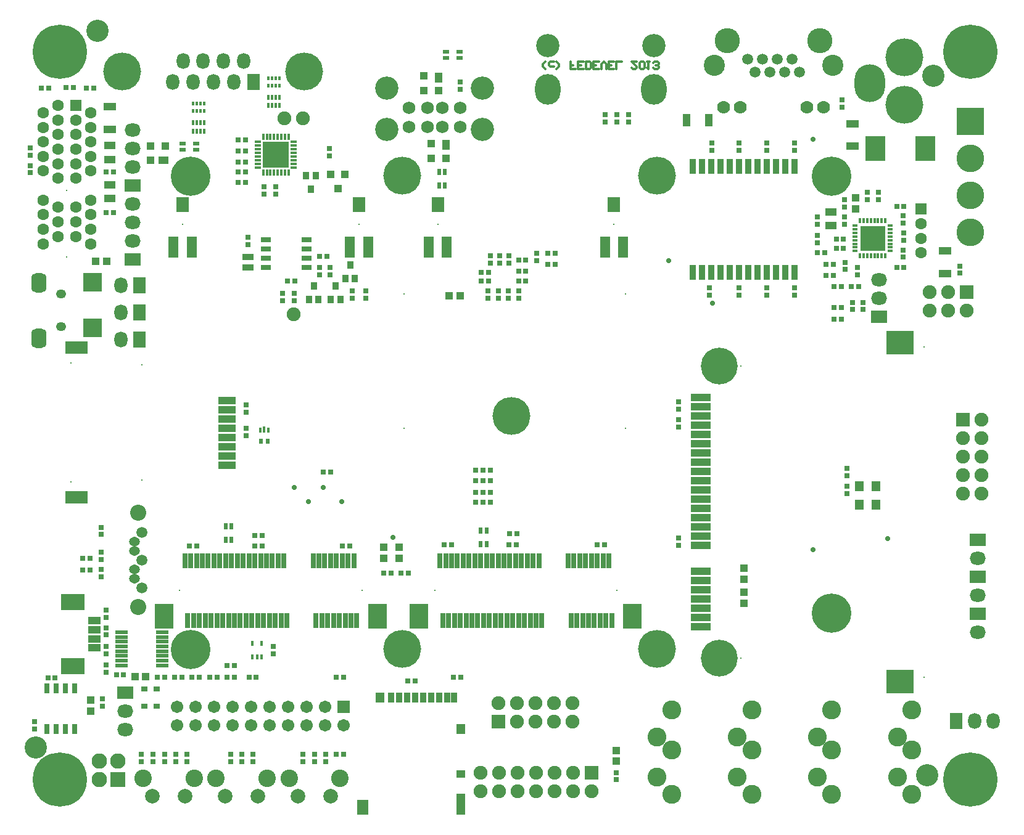
<source format=gbs>
%FSLAX44Y44*%
%MOMM*%
G71*
G01*
G75*
G04 Layer_Color=16711935*
%ADD10R,0.2500X0.8000*%
%ADD11R,0.4000X0.6500*%
%ADD12R,0.3250X0.6500*%
%ADD13R,0.6000X0.5000*%
%ADD14R,1.2000X1.1500*%
%ADD15R,2.5000X3.3000*%
%ADD16R,1.8288X3.4290*%
%ADD17R,0.6400X4.7000*%
%ADD18R,0.6400X2.5400*%
%ADD19R,1.4500X0.3000*%
%ADD20R,0.8500X0.2800*%
%ADD21R,0.2800X0.8500*%
%ADD22R,3.1500X3.1500*%
%ADD23R,3.5000X3.5000*%
%ADD24R,0.8500X0.3000*%
%ADD25R,0.3000X0.8500*%
%ADD26R,3.5000X3.5000*%
%ADD27R,1.0400X0.3800*%
%ADD28R,1.0000X0.2800*%
%ADD29R,0.2800X1.0000*%
%ADD30R,3.7000X3.7000*%
%ADD31R,0.8000X0.2400*%
%ADD32R,0.2400X0.8000*%
%ADD33R,2.2000X2.2000*%
%ADD34R,1.0000X0.5500*%
%ADD35R,1.2000X0.5800*%
%ADD36R,0.5800X1.2000*%
%ADD37R,0.9000X0.7000*%
%ADD38R,0.7000X0.9000*%
%ADD39C,1.0160*%
%ADD40R,1.9000X2.6000*%
%ADD41R,0.2800X1.4000*%
%ADD42R,0.8000X0.8000*%
%ADD43R,0.7500X0.4000*%
%ADD44R,0.9000X1.2000*%
%ADD45R,0.9000X0.8000*%
%ADD46R,0.6858X0.5588*%
%ADD47R,0.5000X0.6000*%
%ADD48R,1.6000X0.3000*%
%ADD49R,2.3700X2.4300*%
%ADD50R,2.4300X2.3700*%
%ADD51R,1.6000X0.9000*%
%ADD52R,0.9000X1.6000*%
%ADD53R,0.9000X1.3000*%
%ADD54R,1.3000X0.9000*%
%ADD55R,0.8000X0.8000*%
%ADD56R,0.5000X0.5000*%
%ADD57R,0.5000X0.5000*%
%ADD58R,0.3000X2.6000*%
%ADD59R,0.6000X1.0500*%
%ADD60R,0.7000X0.2800*%
%ADD61R,2.3368X1.6500*%
%ADD62O,0.2800X0.8500*%
%ADD63R,1.2000X0.9000*%
%ADD64R,0.8000X0.9000*%
%ADD65R,2.7000X1.4000*%
%ADD66R,0.7000X2.0000*%
%ADD67R,1.2000X1.2000*%
%ADD68R,1.5000X2.6000*%
%ADD69R,1.0000X2.6000*%
%ADD70R,1.9000X1.8000*%
%ADD71R,1.3500X0.4000*%
%ADD72R,2.9500X1.5000*%
%ADD73R,2.3000X1.0000*%
%ADD74R,2.0000X1.2500*%
%ADD75R,1.7000X0.8000*%
%ADD76C,0.2500*%
%ADD77C,0.3000*%
%ADD78C,0.5000*%
%ADD79C,0.2800*%
%ADD80C,0.4000*%
%ADD81C,0.2400*%
%ADD82C,0.8000*%
%ADD83C,0.5800*%
%ADD84C,0.6000*%
%ADD85C,0.4300*%
%ADD86C,0.3500*%
%ADD87C,1.0000*%
%ADD88C,0.2830*%
%ADD89C,1.7000*%
%ADD90C,5.0000*%
%ADD91O,4.0000X5.0000*%
%ADD92R,1.7000X1.7000*%
%ADD93R,1.7000X1.7000*%
%ADD94C,7.4000*%
%ADD95C,5.2000*%
%ADD96C,1.4000*%
%ADD97R,1.4000X1.4000*%
%ADD98R,2.0000X1.6000*%
%ADD99O,2.0000X1.6000*%
%ADD100R,1.6000X2.0000*%
%ADD101O,1.6000X2.0000*%
%ADD102C,1.3000*%
%ADD103C,2.0000*%
%ADD104O,1.3000X1.1000*%
%ADD105C,2.4000*%
%ADD106O,1.6000X2.0000*%
%ADD107R,1.6000X2.0000*%
%ADD108C,1.9000*%
%ADD109R,1.9000X1.9000*%
%ADD110C,3.6000*%
%ADD111R,3.6000X3.6000*%
%ADD112C,1.8000*%
%ADD113C,2.2000*%
%ADD114C,2.7000*%
%ADD115C,3.2500*%
%ADD116C,1.5748*%
%ADD117C,3.0000*%
%ADD118C,1.5240*%
%ADD119O,3.3000X4.0000*%
%ADD120C,3.0000*%
G04:AMPARAMS|DCode=121|XSize=1.25mm|YSize=1.1mm|CornerRadius=0.462mm|HoleSize=0mm|Usage=FLASHONLY|Rotation=0.000|XOffset=0mm|YOffset=0mm|HoleType=Round|Shape=RoundedRectangle|*
%AMROUNDEDRECTD121*
21,1,1.2500,0.1760,0,0,0.0*
21,1,0.3260,1.1000,0,0,0.0*
1,1,0.9240,0.1630,-0.0880*
1,1,0.9240,-0.1630,-0.0880*
1,1,0.9240,-0.1630,0.0880*
1,1,0.9240,0.1630,0.0880*
%
%ADD121ROUNDEDRECTD121*%
G04:AMPARAMS|DCode=122|XSize=1.9mm|YSize=2.425mm|CornerRadius=0.57mm|HoleSize=0mm|Usage=FLASHONLY|Rotation=0.000|XOffset=0mm|YOffset=0mm|HoleType=Round|Shape=RoundedRectangle|*
%AMROUNDEDRECTD122*
21,1,1.9000,1.2850,0,0,0.0*
21,1,0.7600,2.4250,0,0,0.0*
1,1,1.1400,0.3800,-0.6425*
1,1,1.1400,-0.3800,-0.6425*
1,1,1.1400,-0.3800,0.6425*
1,1,1.1400,0.3800,0.6425*
%
%ADD122ROUNDEDRECTD122*%
%ADD123R,1.5000X1.5000*%
%ADD124C,1.5000*%
%ADD125C,0.4500*%
%ADD126C,1.0000*%
%ADD127C,1.0000*%
%ADD128C,1.6000*%
G04:AMPARAMS|DCode=129|XSize=2mm|YSize=2mm|CornerRadius=0mm|HoleSize=0mm|Usage=FLASHONLY|Rotation=0.000|XOffset=0mm|YOffset=0mm|HoleType=Round|Shape=Relief|Width=0.5mm|Gap=0.2mm|Entries=4|*
%AMTHD129*
7,0,0,2.0000,1.6000,0.5000,45*
%
%ADD129THD129*%
%ADD130C,2.2000*%
%ADD131C,3.8000*%
G04:AMPARAMS|DCode=132|XSize=3.7mm|YSize=3.7mm|CornerRadius=0mm|HoleSize=0mm|Usage=FLASHONLY|Rotation=0.000|XOffset=0mm|YOffset=0mm|HoleType=Round|Shape=Relief|Width=0.5mm|Gap=0.2mm|Entries=4|*
%AMTHD132*
7,0,0,3.7000,3.3000,0.5000,45*
%
%ADD132THD132*%
G04:AMPARAMS|DCode=133|XSize=2.1mm|YSize=2.1mm|CornerRadius=0mm|HoleSize=0mm|Usage=FLASHONLY|Rotation=0.000|XOffset=0mm|YOffset=0mm|HoleType=Round|Shape=Relief|Width=0.5mm|Gap=0.2mm|Entries=4|*
%AMTHD133*
7,0,0,2.1000,1.7000,0.5000,45*
%
%ADD133THD133*%
%ADD134C,1.6500*%
G04:AMPARAMS|DCode=135|XSize=4.2mm|YSize=4.2mm|CornerRadius=0mm|HoleSize=0mm|Usage=FLASHONLY|Rotation=0.000|XOffset=0mm|YOffset=0mm|HoleType=Round|Shape=Relief|Width=0.5mm|Gap=0.2mm|Entries=4|*
%AMTHD135*
7,0,0,4.2000,3.8000,0.5000,45*
%
%ADD135THD135*%
G04:AMPARAMS|DCode=136|XSize=1.8mm|YSize=1.8mm|CornerRadius=0mm|HoleSize=0mm|Usage=FLASHONLY|Rotation=0.000|XOffset=0mm|YOffset=0mm|HoleType=Round|Shape=Relief|Width=0.5mm|Gap=0.2mm|Entries=4|*
%AMTHD136*
7,0,0,1.8000,1.4000,0.5000,45*
%
%ADD136THD136*%
G04:AMPARAMS|DCode=137|XSize=3.2mm|YSize=3.2mm|CornerRadius=0mm|HoleSize=0mm|Usage=FLASHONLY|Rotation=0.000|XOffset=0mm|YOffset=0mm|HoleType=Round|Shape=Relief|Width=0.5mm|Gap=0.2mm|Entries=4|*
%AMTHD137*
7,0,0,3.2000,2.8000,0.5000,45*
%
%ADD137THD137*%
G04:AMPARAMS|DCode=138|XSize=1.74mm|YSize=1.74mm|CornerRadius=0mm|HoleSize=0mm|Usage=FLASHONLY|Rotation=0.000|XOffset=0mm|YOffset=0mm|HoleType=Round|Shape=Relief|Width=0.5mm|Gap=0.2mm|Entries=4|*
%AMTHD138*
7,0,0,1.7400,1.3400,0.5000,45*
%
%ADD138THD138*%
G04:AMPARAMS|DCode=139|XSize=2.35mm|YSize=2.35mm|CornerRadius=0mm|HoleSize=0mm|Usage=FLASHONLY|Rotation=0.000|XOffset=0mm|YOffset=0mm|HoleType=Round|Shape=Relief|Width=0.5mm|Gap=0.2mm|Entries=4|*
%AMTHD139*
7,0,0,2.3500,1.9500,0.5000,45*
%
%ADD139THD139*%
%ADD140C,1.3400*%
G04:AMPARAMS|DCode=141|XSize=2.6mm|YSize=2.6mm|CornerRadius=0mm|HoleSize=0mm|Usage=FLASHONLY|Rotation=0.000|XOffset=0mm|YOffset=0mm|HoleType=Round|Shape=Relief|Width=0.5mm|Gap=0.2mm|Entries=4|*
%AMTHD141*
7,0,0,2.6000,2.2000,0.5000,45*
%
%ADD141THD141*%
%ADD142C,1.6900*%
G04:AMPARAMS|DCode=143|XSize=4.18mm|YSize=4.18mm|CornerRadius=0mm|HoleSize=0mm|Usage=FLASHONLY|Rotation=0.000|XOffset=0mm|YOffset=0mm|HoleType=Round|Shape=Relief|Width=0.5mm|Gap=0.2mm|Entries=4|*
%AMTHD143*
7,0,0,4.1800,3.7800,0.5000,45*
%
%ADD143THD143*%
G04:AMPARAMS|DCode=144|XSize=2.09mm|YSize=2.09mm|CornerRadius=0mm|HoleSize=0mm|Usage=FLASHONLY|Rotation=0.000|XOffset=0mm|YOffset=0mm|HoleType=Round|Shape=Relief|Width=0.5mm|Gap=0.2mm|Entries=4|*
%AMTHD144*
7,0,0,2.0900,1.6900,0.5000,45*
%
%ADD144THD144*%
%ADD145C,2.4000*%
G04:AMPARAMS|DCode=146|XSize=2.8mm|YSize=2.8mm|CornerRadius=0mm|HoleSize=0mm|Usage=FLASHONLY|Rotation=0.000|XOffset=0mm|YOffset=0mm|HoleType=Round|Shape=Relief|Width=0.5mm|Gap=0.2mm|Entries=4|*
%AMTHD146*
7,0,0,2.8000,2.4000,0.5000,45*
%
%ADD146THD146*%
G04:AMPARAMS|DCode=147|XSize=2.3mm|YSize=2.3mm|CornerRadius=0mm|HoleSize=0mm|Usage=FLASHONLY|Rotation=0.000|XOffset=0mm|YOffset=0mm|HoleType=Round|Shape=Relief|Width=0.5mm|Gap=0.2mm|Entries=4|*
%AMTHD147*
7,0,0,2.3000,1.9000,0.5000,45*
%
%ADD147THD147*%
%ADD148C,3.8500*%
%ADD149C,1.9500*%
G04:AMPARAMS|DCode=150|XSize=3.3mm|YSize=3.3mm|CornerRadius=0mm|HoleSize=0mm|Usage=FLASHONLY|Rotation=0.000|XOffset=0mm|YOffset=0mm|HoleType=Round|Shape=Relief|Width=0.5mm|Gap=0.2mm|Entries=4|*
%AMTHD150*
7,0,0,3.3000,2.9000,0.5000,45*
%
%ADD150THD150*%
%ADD151C,2.3500*%
G04:AMPARAMS|DCode=152|XSize=3.4mm|YSize=3.4mm|CornerRadius=0mm|HoleSize=0mm|Usage=FLASHONLY|Rotation=0.000|XOffset=0mm|YOffset=0mm|HoleType=Round|Shape=Relief|Width=0.5mm|Gap=0.2mm|Entries=4|*
%AMTHD152*
7,0,0,3.4000,3.0000,0.5000,45*
%
%ADD152THD152*%
G04:AMPARAMS|DCode=153|XSize=4mm|YSize=4mm|CornerRadius=0mm|HoleSize=0mm|Usage=FLASHONLY|Rotation=0.000|XOffset=0mm|YOffset=0mm|HoleType=Round|Shape=Relief|Width=0.5mm|Gap=0.2mm|Entries=4|*
%AMTHD153*
7,0,0,4.0000,3.6000,0.5000,45*
%
%ADD153THD153*%
G04:AMPARAMS|DCode=154|XSize=3mm|YSize=3mm|CornerRadius=0mm|HoleSize=0mm|Usage=FLASHONLY|Rotation=0.000|XOffset=0mm|YOffset=0mm|HoleType=Round|Shape=Relief|Width=0.5mm|Gap=0.2mm|Entries=4|*
%AMTHD154*
7,0,0,3.0000,2.6000,0.5000,45*
%
%ADD154THD154*%
%ADD155C,2.1500*%
G04:AMPARAMS|DCode=156|XSize=1.85mm|YSize=1.85mm|CornerRadius=0mm|HoleSize=0mm|Usage=FLASHONLY|Rotation=0.000|XOffset=0mm|YOffset=0mm|HoleType=Round|Shape=Relief|Width=0.5mm|Gap=0.2mm|Entries=4|*
%AMTHD156*
7,0,0,1.8500,1.4500,0.5000,45*
%
%ADD156THD156*%
%ADD157C,2.0000*%
%ADD158C,2.9500*%
G04:AMPARAMS|DCode=159|XSize=1.7mm|YSize=1.7mm|CornerRadius=0mm|HoleSize=0mm|Usage=FLASHONLY|Rotation=0.000|XOffset=0mm|YOffset=0mm|HoleType=Round|Shape=Relief|Width=0.5mm|Gap=0.2mm|Entries=4|*
%AMTHD159*
7,0,0,1.7000,1.3000,0.5000,45*
%
%ADD159THD159*%
G04:AMPARAMS|DCode=160|XSize=1.9mm|YSize=1.9mm|CornerRadius=0mm|HoleSize=0mm|Usage=FLASHONLY|Rotation=0.000|XOffset=0mm|YOffset=0mm|HoleType=Round|Shape=Relief|Width=0.5mm|Gap=0.2mm|Entries=4|*
%AMTHD160*
7,0,0,1.9000,1.5000,0.5000,45*
%
%ADD160THD160*%
%ADD161C,0.8000*%
%ADD162C,1.1000*%
%ADD163C,0.2000*%
%ADD164R,2.3000X3.2000*%
%ADD165R,0.6000X2.0000*%
%ADD166R,0.2500X0.6000*%
%ADD167R,3.3000X3.3000*%
%ADD168R,0.6000X0.2300*%
%ADD169R,0.2300X0.6000*%
%ADD170R,0.2500X0.5000*%
%ADD171R,1.6000X0.3500*%
%ADD172R,1.6000X0.8000*%
%ADD173R,3.0000X2.1000*%
%ADD174R,0.7620X1.9050*%
%ADD175R,3.6000X3.0000*%
%ADD176R,2.5000X0.8000*%
%ADD177R,0.4000X0.7500*%
%ADD178C,0.6350*%
%ADD179R,1.4000X0.7500*%
%ADD180R,1.1000X1.2000*%
%ADD181R,1.2000X2.7000*%
%ADD182R,1.5000X1.9000*%
%ADD183R,1.0000X1.2000*%
%ADD184R,1.0000X0.8001*%
%ADD185R,1.0000X2.8001*%
%ADD186R,1.3000X1.8999*%
%ADD187R,1.0000X1.2000*%
%ADD188R,0.7000X1.2000*%
%ADD189C,0.2300*%
%ADD190C,0.2200*%
%ADD191C,0.2540*%
%ADD192C,0.2032*%
%ADD193C,0.1500*%
%ADD194R,1.4000X1.4000*%
%ADD195R,1.6000X1.6000*%
%ADD196R,1.6000X1.6000*%
%ADD197R,1.6000X1.6000*%
%ADD198R,1.6000X1.6000*%
%ADD199R,1.0414X0.6604*%
%ADD200R,0.3500X0.9000*%
%ADD201R,0.5000X0.7500*%
%ADD202R,0.4250X0.7500*%
%ADD203R,0.8032X0.7032*%
%ADD204R,1.4032X1.3532*%
%ADD205R,2.7032X3.5032*%
%ADD206R,2.0320X3.6322*%
%ADD207R,0.6908X4.7508*%
%ADD208R,0.6908X2.5908*%
%ADD209R,1.5008X0.3508*%
%ADD210R,0.9000X0.3300*%
%ADD211R,0.3300X0.9000*%
%ADD212R,3.2008X3.2008*%
%ADD213R,3.5508X3.5508*%
%ADD214R,0.9008X0.3508*%
%ADD215R,0.3508X0.9008*%
%ADD216R,3.5508X3.5508*%
%ADD217R,1.1924X0.5324*%
%ADD218R,1.0500X0.3300*%
%ADD219R,0.3300X1.0500*%
%ADD220R,3.7508X3.7508*%
%ADD221R,0.8508X0.2908*%
%ADD222R,0.2908X0.8508*%
%ADD223R,2.2508X2.2508*%
%ADD224R,1.2032X0.7532*%
%ADD225R,1.4032X0.7832*%
%ADD226R,0.7832X1.4032*%
%ADD227R,1.1032X0.9032*%
%ADD228R,0.9032X1.1032*%
%ADD229C,3.0480*%
%ADD230R,2.1032X2.8032*%
%ADD231R,0.3308X1.4508*%
%ADD232R,1.0032X1.0032*%
%ADD233R,0.9024X0.5524*%
%ADD234R,1.1032X1.4032*%
%ADD235R,1.1032X1.0032*%
%ADD236R,0.8382X0.7112*%
%ADD237R,0.8008X0.4508*%
%ADD238R,0.7032X0.8032*%
%ADD239R,1.7400X0.4400*%
%ADD240R,2.5732X2.6332*%
%ADD241R,2.6332X2.5732*%
%ADD242R,1.8032X1.1032*%
%ADD243R,1.1032X1.8032*%
%ADD244R,1.1032X1.5032*%
%ADD245R,1.5032X1.1032*%
%ADD246R,1.0032X1.0032*%
%ADD247R,0.7032X0.7032*%
%ADD248R,0.7032X0.7032*%
%ADD249R,0.3508X2.6508*%
%ADD250R,0.7400X1.1900*%
%ADD251R,0.9540X0.5340*%
%ADD252R,2.3876X1.7008*%
%ADD253O,0.3308X0.9008*%
%ADD254R,1.4032X1.1032*%
%ADD255R,1.0032X1.1032*%
%ADD256R,2.9032X1.6032*%
%ADD257R,0.9032X2.2032*%
%ADD258R,1.4032X1.4032*%
%ADD259R,1.7032X2.8032*%
%ADD260R,1.2032X2.8032*%
%ADD261R,2.1032X2.0032*%
%ADD262R,1.4008X0.4508*%
%ADD263R,3.1532X1.7032*%
%ADD264R,2.4020X1.1020*%
%ADD265R,2.2032X1.4532*%
%ADD266R,1.9032X1.0032*%
%ADD267C,1.9032*%
G04:AMPARAMS|DCode=268|XSize=0.2032mm|YSize=0.2032mm|CornerRadius=0mm|HoleSize=0mm|Usage=FLASHONLY|Rotation=90.000|XOffset=0mm|YOffset=0mm|HoleType=Round|Shape=RoundedRectangle|*
%AMROUNDEDRECTD268*
21,1,0.2032,0.2032,0,0,90.0*
21,1,0.2032,0.2032,0,0,90.0*
1,1,0.0000,0.1016,0.1016*
1,1,0.0000,0.1016,-0.1016*
1,1,0.0000,-0.1016,-0.1016*
1,1,0.0000,-0.1016,0.1016*
%
%ADD268ROUNDEDRECTD268*%
%ADD269C,5.2032*%
%ADD270O,4.2032X5.2032*%
%ADD271R,1.9032X1.9032*%
%ADD272R,1.9032X1.9032*%
%ADD273C,0.2032*%
%ADD274C,7.4508*%
%ADD275C,5.4032*%
%ADD276C,1.6032*%
%ADD277R,1.6032X1.6032*%
%ADD278R,2.2032X1.8032*%
%ADD279O,2.2032X1.8032*%
%ADD280R,1.8032X2.2032*%
%ADD281O,1.8032X2.2032*%
%ADD282C,1.5032*%
%ADD283C,2.2032*%
%ADD284O,1.5032X1.3032*%
%ADD285C,2.6032*%
%ADD286O,1.8032X2.2032*%
%ADD287R,1.8032X2.2032*%
%ADD288C,2.1032*%
%ADD289R,2.1032X2.1032*%
%ADD290C,3.8032*%
%ADD291R,3.8032X3.8032*%
%ADD292C,2.0032*%
%ADD293C,2.4032*%
%ADD294C,2.9032*%
%ADD295C,3.4532*%
%ADD296C,1.7780*%
%ADD297C,5.0508*%
%ADD298C,3.2032*%
%ADD299C,1.7272*%
%ADD300O,3.5032X4.2032*%
%ADD301C,3.2032*%
G04:AMPARAMS|DCode=302|XSize=1.33mm|YSize=1.18mm|CornerRadius=0.502mm|HoleSize=0mm|Usage=FLASHONLY|Rotation=0.000|XOffset=0mm|YOffset=0mm|HoleType=Round|Shape=RoundedRectangle|*
%AMROUNDEDRECTD302*
21,1,1.3300,0.1760,0,0,0.0*
21,1,0.3260,1.1800,0,0,0.0*
1,1,1.0040,0.1630,-0.0880*
1,1,1.0040,-0.1630,-0.0880*
1,1,1.0040,-0.1630,0.0880*
1,1,1.0040,0.1630,0.0880*
%
%ADD302ROUNDEDRECTD302*%
G04:AMPARAMS|DCode=303|XSize=2.1032mm|YSize=2.6282mm|CornerRadius=0.6716mm|HoleSize=0mm|Usage=FLASHONLY|Rotation=0.000|XOffset=0mm|YOffset=0mm|HoleType=Round|Shape=RoundedRectangle|*
%AMROUNDEDRECTD303*
21,1,2.1032,1.2850,0,0,0.0*
21,1,0.7600,2.6282,0,0,0.0*
1,1,1.3432,0.3800,-0.6425*
1,1,1.3432,-0.3800,-0.6425*
1,1,1.3432,-0.3800,0.6425*
1,1,1.3432,0.3800,0.6425*
%
%ADD303ROUNDEDRECTD303*%
G04:AMPARAMS|DCode=304|XSize=0.2032mm|YSize=0.2032mm|CornerRadius=0mm|HoleSize=0mm|Usage=FLASHONLY|Rotation=180.000|XOffset=0mm|YOffset=0mm|HoleType=Round|Shape=RoundedRectangle|*
%AMROUNDEDRECTD304*
21,1,0.2032,0.2032,0,0,180.0*
21,1,0.2032,0.2032,0,0,180.0*
1,1,0.0000,-0.1016,0.1016*
1,1,0.0000,0.1016,0.1016*
1,1,0.0000,0.1016,-0.1016*
1,1,0.0000,-0.1016,-0.1016*
%
%ADD304ROUNDEDRECTD304*%
%ADD305R,1.7032X1.7032*%
%ADD306C,1.7032*%
%ADD307R,2.5032X3.4032*%
%ADD308R,0.7000X2.1000*%
%ADD309R,0.3008X0.6508*%
%ADD310R,3.4016X3.4016*%
%ADD311R,0.7016X0.3316*%
%ADD312R,0.3316X0.7016*%
%ADD313R,0.3008X0.5508*%
%ADD314R,1.7400X0.4900*%
%ADD315R,1.8032X1.0032*%
%ADD316R,3.2032X2.3032*%
%ADD317R,0.9652X2.1082*%
%ADD318R,3.8032X3.2032*%
%ADD319R,2.7032X1.0032*%
%ADD320R,0.5524X0.9024*%
%ADD321C,0.7366*%
%ADD322R,0.4508X0.8008*%
%ADD323R,1.6032X0.9532*%
%ADD324R,1.3032X1.4032*%
%ADD325R,1.4032X2.9032*%
%ADD326R,1.7032X2.1032*%
%ADD327R,1.2032X1.4032*%
%ADD328R,1.2032X1.0033*%
%ADD329R,1.2032X3.0033*%
%ADD330R,1.5032X2.1031*%
%ADD331R,1.2032X1.4032*%
%ADD332R,0.8400X1.3400*%
%ADD333R,0.9032X1.4032*%
D77*
X716499Y1037000D02*
X713000Y1033501D01*
Y1030002D01*
X716499Y1026503D01*
X728745Y1030002D02*
X723497D01*
X721747Y1031752D01*
Y1035251D01*
X723497Y1037000D01*
X728745D01*
X732244D02*
X735743Y1033501D01*
Y1030002D01*
X732244Y1026503D01*
X758485D02*
X751488D01*
Y1031752D01*
X754986D01*
X751488D01*
Y1037000D01*
X768982Y1026503D02*
X761984D01*
Y1037000D01*
X768982D01*
X761984Y1031752D02*
X765483D01*
X772481Y1026503D02*
Y1037000D01*
X777729D01*
X779479Y1035251D01*
Y1028253D01*
X777729Y1026503D01*
X772481D01*
X789975D02*
X782977D01*
Y1037000D01*
X789975D01*
X782977Y1031752D02*
X786476D01*
X793474Y1026503D02*
Y1033501D01*
X796973Y1037000D01*
X800472Y1033501D01*
Y1026503D01*
X810968D02*
X803971D01*
Y1037000D01*
X810968D01*
X803971Y1031752D02*
X807469D01*
X814467Y1026503D02*
Y1037000D01*
X821465D01*
X842458D02*
X835460D01*
X842458Y1030002D01*
Y1028253D01*
X840709Y1026503D01*
X837210D01*
X835460Y1028253D01*
X845957D02*
X847706Y1026503D01*
X851205D01*
X852955Y1028253D01*
Y1035251D01*
X851205Y1037000D01*
X847706D01*
X845957Y1035251D01*
Y1028253D01*
X856454Y1037000D02*
X859952D01*
X858203D01*
Y1026503D01*
X856454Y1028253D01*
X865201D02*
X866950Y1026503D01*
X870449D01*
X872198Y1028253D01*
Y1030002D01*
X870449Y1031752D01*
X868700D01*
X870449D01*
X872198Y1033501D01*
Y1035251D01*
X870449Y1037000D01*
X866950D01*
X865201Y1035251D01*
D200*
X331000Y531251D02*
D03*
D201*
X326000Y515501D02*
D03*
X336000D02*
D03*
D202*
X325620Y530501D02*
D03*
X336380D02*
D03*
D203*
X470000Y712000D02*
D03*
Y722000D02*
D03*
X400000Y75000D02*
D03*
Y85000D02*
D03*
X384000Y85000D02*
D03*
Y75000D02*
D03*
X285000Y75000D02*
D03*
Y85000D02*
D03*
X315000Y75000D02*
D03*
Y85000D02*
D03*
X210000Y75000D02*
D03*
Y85000D02*
D03*
X194000Y85000D02*
D03*
Y75000D02*
D03*
X1138000Y706000D02*
D03*
Y696000D02*
D03*
X1153000Y696000D02*
D03*
Y706000D02*
D03*
X1174000Y847000D02*
D03*
Y857000D02*
D03*
X1145000Y744000D02*
D03*
Y754000D02*
D03*
X1159000Y847000D02*
D03*
Y857000D02*
D03*
X1208000Y815000D02*
D03*
Y825000D02*
D03*
Y768000D02*
D03*
Y778000D02*
D03*
X1090000Y788000D02*
D03*
Y798000D02*
D03*
Y823000D02*
D03*
Y813000D02*
D03*
X1127000Y837000D02*
D03*
Y847000D02*
D03*
X372000Y708000D02*
D03*
Y718000D02*
D03*
X309000Y795000D02*
D03*
Y785000D02*
D03*
X420000Y907000D02*
D03*
Y917000D02*
D03*
X331000Y855000D02*
D03*
Y865000D02*
D03*
X347000Y855000D02*
D03*
Y865000D02*
D03*
X945000Y925000D02*
D03*
Y915000D02*
D03*
X983000Y925000D02*
D03*
Y915000D02*
D03*
X1021000Y925000D02*
D03*
Y915000D02*
D03*
X1059000Y925000D02*
D03*
Y915000D02*
D03*
X107000Y339000D02*
D03*
Y329000D02*
D03*
Y353000D02*
D03*
Y363000D02*
D03*
X900000Y569000D02*
D03*
Y559000D02*
D03*
Y382000D02*
D03*
Y372000D02*
D03*
X10000Y884000D02*
D03*
Y894000D02*
D03*
X799000Y954000D02*
D03*
Y964000D02*
D03*
X815000Y954000D02*
D03*
Y964000D02*
D03*
X831000Y954000D02*
D03*
Y964000D02*
D03*
X178000Y85000D02*
D03*
Y75000D02*
D03*
X162000Y75000D02*
D03*
Y85000D02*
D03*
X705000Y773000D02*
D03*
Y763000D02*
D03*
X452000Y722000D02*
D03*
Y712000D02*
D03*
X356000Y708000D02*
D03*
Y718000D02*
D03*
X107000Y387000D02*
D03*
Y397000D02*
D03*
D205*
X1238500Y917000D02*
D03*
X1169500D02*
D03*
D214*
X371500Y926500D02*
D03*
Y921500D02*
D03*
Y916500D02*
D03*
Y911500D02*
D03*
Y906500D02*
D03*
Y901500D02*
D03*
Y896500D02*
D03*
Y891500D02*
D03*
X322500D02*
D03*
Y896500D02*
D03*
Y901500D02*
D03*
Y906500D02*
D03*
Y911500D02*
D03*
Y916500D02*
D03*
Y921500D02*
D03*
Y926500D02*
D03*
D215*
X329500Y933500D02*
D03*
X334500D02*
D03*
X339500D02*
D03*
X344500D02*
D03*
X349500D02*
D03*
X354500D02*
D03*
X359500D02*
D03*
X364500D02*
D03*
Y884500D02*
D03*
X359500D02*
D03*
X354500D02*
D03*
X349500D02*
D03*
X344500D02*
D03*
X339500D02*
D03*
X334500D02*
D03*
X329500D02*
D03*
D216*
X347000Y909000D02*
D03*
D225*
X333000Y753950D02*
D03*
Y766650D02*
D03*
Y779350D02*
D03*
Y792050D02*
D03*
X389000Y753950D02*
D03*
Y766650D02*
D03*
Y779350D02*
D03*
Y792050D02*
D03*
D226*
X32950Y176000D02*
D03*
X45650D02*
D03*
X58350D02*
D03*
X71050D02*
D03*
X32950Y120000D02*
D03*
X45650D02*
D03*
X58350D02*
D03*
X71050D02*
D03*
D228*
X388500Y880500D02*
D03*
X401500D02*
D03*
X395000Y861500D02*
D03*
X455500Y738500D02*
D03*
X442500D02*
D03*
X449000Y757500D02*
D03*
X435500Y709500D02*
D03*
X422500D02*
D03*
X429000Y728500D02*
D03*
X405500Y709500D02*
D03*
X392500D02*
D03*
X399000Y728500D02*
D03*
D229*
X1249000Y1017000D02*
D03*
X17000Y94000D02*
D03*
X102000Y1079000D02*
D03*
X1241000Y56000D02*
D03*
D232*
X516000Y354500D02*
D03*
Y369500D02*
D03*
X1143000Y834500D02*
D03*
Y849500D02*
D03*
X814000Y75500D02*
D03*
Y90500D02*
D03*
X93000Y144500D02*
D03*
Y159500D02*
D03*
X495000Y354500D02*
D03*
Y369500D02*
D03*
X989000Y325500D02*
D03*
Y340500D02*
D03*
Y307500D02*
D03*
Y292500D02*
D03*
D233*
X580750Y1042000D02*
D03*
Y1050000D02*
D03*
X599250Y1042000D02*
D03*
Y1050000D02*
D03*
X218750Y916000D02*
D03*
Y924000D02*
D03*
X237250Y916000D02*
D03*
Y924000D02*
D03*
D234*
X580000Y922000D02*
D03*
X570000Y1015000D02*
D03*
D235*
X580000Y904000D02*
D03*
X560000Y924000D02*
D03*
Y904000D02*
D03*
X570000Y997000D02*
D03*
X550000Y1017000D02*
D03*
Y997000D02*
D03*
D236*
X166000Y175192D02*
D03*
Y150808D02*
D03*
X183000Y175192D02*
D03*
Y150808D02*
D03*
D238*
X1112000Y743000D02*
D03*
X1102000D02*
D03*
X1090000Y774000D02*
D03*
X1100000D02*
D03*
X1137000Y728000D02*
D03*
X1147000D02*
D03*
X1113000Y699000D02*
D03*
X1123000D02*
D03*
X1102000Y758000D02*
D03*
X1112000D02*
D03*
X1113000Y728000D02*
D03*
X1123000D02*
D03*
X232000Y191000D02*
D03*
X242000D02*
D03*
X320000D02*
D03*
X310000D02*
D03*
X280000D02*
D03*
X290000D02*
D03*
X430000D02*
D03*
X440000D02*
D03*
X266000D02*
D03*
X256000D02*
D03*
X417000Y769000D02*
D03*
X407000D02*
D03*
X601000Y191000D02*
D03*
X591000D02*
D03*
X680000Y764000D02*
D03*
X690000D02*
D03*
X720000Y773000D02*
D03*
X730000D02*
D03*
X318000Y386000D02*
D03*
X328000D02*
D03*
X82000Y338000D02*
D03*
X92000D02*
D03*
X82000Y354000D02*
D03*
X92000D02*
D03*
X641000Y431000D02*
D03*
X631000D02*
D03*
X621000Y431000D02*
D03*
X631000D02*
D03*
X641000Y445000D02*
D03*
X631000D02*
D03*
X621000D02*
D03*
X631000D02*
D03*
X641000Y475000D02*
D03*
X631000D02*
D03*
X621000D02*
D03*
X631000D02*
D03*
X641000Y461000D02*
D03*
X631000D02*
D03*
X621000D02*
D03*
X631000D02*
D03*
X124000Y829000D02*
D03*
X114000D02*
D03*
X59000Y1001000D02*
D03*
X69000D02*
D03*
X668000Y388000D02*
D03*
X678000D02*
D03*
X1113000Y683000D02*
D03*
X1123000D02*
D03*
X363000Y735000D02*
D03*
X373000D02*
D03*
X184000Y191000D02*
D03*
X194000D02*
D03*
X208000D02*
D03*
X218000D02*
D03*
X280000Y207000D02*
D03*
X290000D02*
D03*
D241*
X95000Y733200D02*
D03*
Y670800D02*
D03*
D242*
X1138000Y951500D02*
D03*
Y920500D02*
D03*
X1265000Y776500D02*
D03*
Y745500D02*
D03*
X119000Y943500D02*
D03*
Y974500D02*
D03*
D243*
X910500Y956000D02*
D03*
X941500D02*
D03*
D245*
X1109000Y811500D02*
D03*
Y830500D02*
D03*
X119000Y902500D02*
D03*
Y921500D02*
D03*
Y867500D02*
D03*
Y848500D02*
D03*
D246*
X584500Y715000D02*
D03*
X599500D02*
D03*
X114500Y762000D02*
D03*
X99500D02*
D03*
X153500Y192000D02*
D03*
X168500D02*
D03*
D247*
X1116000Y793000D02*
D03*
X1126000D02*
D03*
X1199000Y754000D02*
D03*
X1209000D02*
D03*
X1209000Y838000D02*
D03*
X1199000D02*
D03*
X1116000Y780000D02*
D03*
X1126000D02*
D03*
X295000Y885000D02*
D03*
X305000D02*
D03*
X295000Y914000D02*
D03*
X305000D02*
D03*
X295000Y929000D02*
D03*
X305000D02*
D03*
X305000Y871000D02*
D03*
X295000D02*
D03*
X295000Y899000D02*
D03*
X305000D02*
D03*
X528000Y186000D02*
D03*
X538000D02*
D03*
X422000Y473000D02*
D03*
X412000D02*
D03*
X629000Y747000D02*
D03*
X639000D02*
D03*
X639000Y735000D02*
D03*
X629000D02*
D03*
X690000D02*
D03*
X680000D02*
D03*
X680000Y749000D02*
D03*
X690000D02*
D03*
X720000Y758000D02*
D03*
X730000D02*
D03*
X34000Y190000D02*
D03*
X44000D02*
D03*
X519000Y334000D02*
D03*
X529000D02*
D03*
X677000Y373000D02*
D03*
X667000D02*
D03*
X798000D02*
D03*
X788000D02*
D03*
X578000D02*
D03*
X588000D02*
D03*
X505000Y334000D02*
D03*
X495000D02*
D03*
X448000Y371000D02*
D03*
X438000D02*
D03*
X124000Y885000D02*
D03*
X114000D02*
D03*
X87000Y1000000D02*
D03*
X97000D02*
D03*
X25000D02*
D03*
X35000D02*
D03*
X328000Y371000D02*
D03*
X318000D02*
D03*
X228000D02*
D03*
X238000D02*
D03*
X138000Y194000D02*
D03*
X128000D02*
D03*
X430000Y85000D02*
D03*
X440000D02*
D03*
D248*
X600000Y1009000D02*
D03*
Y999000D02*
D03*
X415000Y75000D02*
D03*
Y85000D02*
D03*
X300000Y75000D02*
D03*
Y85000D02*
D03*
X225000Y75000D02*
D03*
Y85000D02*
D03*
X1128000Y751000D02*
D03*
Y761000D02*
D03*
X1209000Y791000D02*
D03*
Y801000D02*
D03*
X1127000Y823000D02*
D03*
Y813000D02*
D03*
X814000Y50000D02*
D03*
Y60000D02*
D03*
X421000Y744000D02*
D03*
Y754000D02*
D03*
X407000Y744000D02*
D03*
Y754000D02*
D03*
X942000Y726000D02*
D03*
Y716000D02*
D03*
X983000Y726000D02*
D03*
Y716000D02*
D03*
X1021000Y726000D02*
D03*
Y716000D02*
D03*
X1124000Y984000D02*
D03*
Y974000D02*
D03*
X1059000Y726000D02*
D03*
Y716000D02*
D03*
X641000Y760000D02*
D03*
Y770000D02*
D03*
X667000Y760000D02*
D03*
Y770000D02*
D03*
X638000Y722000D02*
D03*
Y712000D02*
D03*
X652000Y722000D02*
D03*
Y712000D02*
D03*
X654000Y760000D02*
D03*
Y770000D02*
D03*
X680000Y712000D02*
D03*
Y722000D02*
D03*
X666000Y722000D02*
D03*
Y712000D02*
D03*
X1286000Y756000D02*
D03*
Y746000D02*
D03*
X16000Y120000D02*
D03*
Y130000D02*
D03*
X109000Y161000D02*
D03*
Y151000D02*
D03*
X900000Y545000D02*
D03*
Y535000D02*
D03*
X306000Y523000D02*
D03*
Y533000D02*
D03*
Y555000D02*
D03*
Y565000D02*
D03*
X10000Y918000D02*
D03*
Y908000D02*
D03*
X114000Y198000D02*
D03*
Y208000D02*
D03*
Y283000D02*
D03*
Y273000D02*
D03*
Y223000D02*
D03*
Y233000D02*
D03*
Y259000D02*
D03*
Y249000D02*
D03*
X343000Y223000D02*
D03*
Y233000D02*
D03*
X1131000Y443000D02*
D03*
Y453000D02*
D03*
X1131000Y468000D02*
D03*
Y478000D02*
D03*
D254*
X193000Y901000D02*
D03*
D255*
X432000Y862000D02*
D03*
X441500Y882000D02*
D03*
X422500D02*
D03*
X175000Y901000D02*
D03*
X195000Y921000D02*
D03*
X175000D02*
D03*
D263*
X73000Y643800D02*
D03*
Y438300D02*
D03*
D264*
X280000Y570900D02*
D03*
Y558200D02*
D03*
Y545500D02*
D03*
Y532800D02*
D03*
Y520100D02*
D03*
Y507400D02*
D03*
Y494700D02*
D03*
Y482000D02*
D03*
D267*
X383700Y959000D02*
D03*
X358300D02*
D03*
X371000Y690000D02*
D03*
X754600Y60000D02*
D03*
X729200D02*
D03*
X703800D02*
D03*
X678400D02*
D03*
X653000D02*
D03*
X627600D02*
D03*
X780000Y34600D02*
D03*
X754600D02*
D03*
X729200D02*
D03*
X703800D02*
D03*
X678400D02*
D03*
X653000D02*
D03*
X627600D02*
D03*
X753600Y155400D02*
D03*
X728200D02*
D03*
X702800D02*
D03*
X677400D02*
D03*
X652000D02*
D03*
X753600Y130000D02*
D03*
X728200D02*
D03*
X702800D02*
D03*
X677400D02*
D03*
X1315400Y443400D02*
D03*
Y468800D02*
D03*
Y494200D02*
D03*
Y519600D02*
D03*
Y545000D02*
D03*
X1290000Y443400D02*
D03*
Y468800D02*
D03*
Y494200D02*
D03*
Y519600D02*
D03*
X1269600Y720000D02*
D03*
X1244200D02*
D03*
X1295000Y694600D02*
D03*
X1269600D02*
D03*
X1244200D02*
D03*
D268*
X565000Y310000D02*
D03*
X815000D02*
D03*
X215000D02*
D03*
X465000D02*
D03*
X811000Y813000D02*
D03*
X569000D02*
D03*
X219000Y813000D02*
D03*
X461000D02*
D03*
X60000Y768500D02*
D03*
Y860000D02*
D03*
D269*
X1209500Y977500D02*
D03*
Y1042500D02*
D03*
X670000Y550000D02*
D03*
X870000Y880000D02*
D03*
X520000D02*
D03*
Y230000D02*
D03*
X870000D02*
D03*
X385990Y1023000D02*
D03*
X136010D02*
D03*
D270*
X1162500Y1007500D02*
D03*
D271*
X780000Y60000D02*
D03*
X652000Y130000D02*
D03*
X1295000Y720000D02*
D03*
D272*
X1290000Y545000D02*
D03*
D273*
X522700Y717400D02*
D03*
Y532600D02*
D03*
X826700Y717400D02*
D03*
Y532600D02*
D03*
X1236500Y645000D02*
D03*
Y191000D02*
D03*
X985500Y618800D02*
D03*
Y217200D02*
D03*
D274*
X50000Y1050000D02*
D03*
X1300000D02*
D03*
Y50000D02*
D03*
X50000D02*
D03*
D275*
X230000Y879000D02*
D03*
X1110000D02*
D03*
Y279000D02*
D03*
X230000Y229000D02*
D03*
D276*
X1232000Y774000D02*
D03*
Y794000D02*
D03*
Y814000D02*
D03*
X47500Y976500D02*
D03*
Y956500D02*
D03*
Y936500D02*
D03*
Y916500D02*
D03*
Y896500D02*
D03*
Y876500D02*
D03*
Y836500D02*
D03*
Y816500D02*
D03*
Y796500D02*
D03*
X27500Y966500D02*
D03*
Y946500D02*
D03*
Y926500D02*
D03*
Y906500D02*
D03*
Y886500D02*
D03*
Y846500D02*
D03*
Y826500D02*
D03*
Y806500D02*
D03*
Y786500D02*
D03*
X92500D02*
D03*
Y806500D02*
D03*
Y826500D02*
D03*
Y846500D02*
D03*
Y886500D02*
D03*
Y906500D02*
D03*
Y926500D02*
D03*
Y946500D02*
D03*
Y966500D02*
D03*
X72500Y796500D02*
D03*
Y816500D02*
D03*
Y836500D02*
D03*
Y876500D02*
D03*
Y896500D02*
D03*
Y916500D02*
D03*
Y936500D02*
D03*
Y956500D02*
D03*
D277*
X1232000Y834000D02*
D03*
X72500Y976500D02*
D03*
D278*
X1175000Y686200D02*
D03*
X140000Y170000D02*
D03*
X150000Y765000D02*
D03*
Y866600D02*
D03*
X1310000Y329200D02*
D03*
Y380000D02*
D03*
Y278400D02*
D03*
D279*
X1175000Y711600D02*
D03*
Y737000D02*
D03*
X140000Y144600D02*
D03*
Y119200D02*
D03*
X150000Y841200D02*
D03*
Y815800D02*
D03*
Y790400D02*
D03*
Y892000D02*
D03*
Y917400D02*
D03*
Y942800D02*
D03*
X1310000Y303800D02*
D03*
Y354600D02*
D03*
Y253000D02*
D03*
D280*
X160000Y692000D02*
D03*
Y729000D02*
D03*
Y655000D02*
D03*
X1281000Y131000D02*
D03*
D281*
X134600Y692000D02*
D03*
Y729000D02*
D03*
Y655000D02*
D03*
X1331800Y131000D02*
D03*
X1306400D02*
D03*
D282*
X163000Y390000D02*
D03*
Y351900D02*
D03*
Y313800D02*
D03*
X994500Y1040300D02*
D03*
X1004700Y1022500D02*
D03*
X1014800Y1040300D02*
D03*
X1025000Y1022500D02*
D03*
X1035100Y1040300D02*
D03*
X1045200Y1022500D02*
D03*
X1055400Y1040300D02*
D03*
X1065600Y1022500D02*
D03*
D283*
X158000Y416700D02*
D03*
Y287100D02*
D03*
D284*
X153000Y377300D02*
D03*
Y364600D02*
D03*
Y339200D02*
D03*
Y326500D02*
D03*
D285*
X1220000Y30000D02*
D03*
X1200000Y54000D02*
D03*
Y109000D02*
D03*
X1220000Y146000D02*
D03*
Y91000D02*
D03*
X1000000Y30000D02*
D03*
X980000Y54000D02*
D03*
Y109000D02*
D03*
X1000000Y146000D02*
D03*
Y91000D02*
D03*
X1110000Y30000D02*
D03*
X1090000Y54000D02*
D03*
Y109000D02*
D03*
X1110000Y146000D02*
D03*
Y91000D02*
D03*
X890000Y30000D02*
D03*
X870000Y54000D02*
D03*
Y109000D02*
D03*
X890000Y146000D02*
D03*
Y91000D02*
D03*
D286*
X247136Y1037182D02*
D03*
X302593D02*
D03*
X233378Y1008818D02*
D03*
X219408Y1037182D02*
D03*
X274864D02*
D03*
X288834Y1008818D02*
D03*
X261106D02*
D03*
X205649D02*
D03*
D287*
X316563D02*
D03*
D288*
X104600Y50000D02*
D03*
Y75400D02*
D03*
X130000D02*
D03*
D289*
Y50000D02*
D03*
D290*
X1300000Y802600D02*
D03*
Y853400D02*
D03*
Y904200D02*
D03*
D291*
Y955000D02*
D03*
D292*
X422500Y27550D02*
D03*
X377500D02*
D03*
X322500D02*
D03*
X277500D02*
D03*
X222500D02*
D03*
X177500D02*
D03*
D293*
X435050Y52450D02*
D03*
X364950D02*
D03*
X335050D02*
D03*
X264950D02*
D03*
X235050D02*
D03*
X164950D02*
D03*
D294*
X1111300Y1031400D02*
D03*
X948700D02*
D03*
D295*
X1093500Y1065700D02*
D03*
X966500D02*
D03*
D296*
X984300Y974300D02*
D03*
X961400D02*
D03*
X1075700D02*
D03*
X1098600D02*
D03*
D297*
X955500Y618800D02*
D03*
Y217200D02*
D03*
D298*
X630700Y943600D02*
D03*
X499300D02*
D03*
X630700Y1000400D02*
D03*
X499300D02*
D03*
D299*
X600000Y973300D02*
D03*
X575000D02*
D03*
X555000D02*
D03*
X530000Y947100D02*
D03*
X555000D02*
D03*
X575000D02*
D03*
X600000D02*
D03*
X530000Y973300D02*
D03*
D300*
X720500Y999000D02*
D03*
X865500D02*
D03*
D301*
Y1058600D02*
D03*
X720500D02*
D03*
D302*
X52000Y717250D02*
D03*
Y672750D02*
D03*
D303*
X22000Y733120D02*
D03*
Y656880D02*
D03*
D304*
X65300Y459400D02*
D03*
X163300Y619900D02*
D03*
X163300Y462100D02*
D03*
X65300Y622600D02*
D03*
D305*
X440000Y150000D02*
D03*
D306*
X414600D02*
D03*
X389200D02*
D03*
X363800D02*
D03*
X338400D02*
D03*
X313000D02*
D03*
X287600D02*
D03*
X262200D02*
D03*
X236800D02*
D03*
X211400D02*
D03*
X440000Y124600D02*
D03*
X414600D02*
D03*
X389200D02*
D03*
X363800D02*
D03*
X338400D02*
D03*
X313000D02*
D03*
X287600D02*
D03*
X262200D02*
D03*
X236800D02*
D03*
X211400D02*
D03*
D307*
X836500Y275000D02*
D03*
X543500D02*
D03*
X486500D02*
D03*
X193500D02*
D03*
D308*
X572000Y351000D02*
D03*
X580000D02*
D03*
X588000D02*
D03*
X596000D02*
D03*
X604000D02*
D03*
X612000D02*
D03*
X620000D02*
D03*
X628000D02*
D03*
X636000D02*
D03*
X644000D02*
D03*
X652000D02*
D03*
X660000D02*
D03*
X668000D02*
D03*
X676000D02*
D03*
X684000D02*
D03*
X692000D02*
D03*
X700000D02*
D03*
X708000D02*
D03*
X748000D02*
D03*
X756000D02*
D03*
X764000D02*
D03*
X772000D02*
D03*
X780000D02*
D03*
X788000D02*
D03*
X796000D02*
D03*
X804000D02*
D03*
X576000Y269000D02*
D03*
X584000D02*
D03*
X592000D02*
D03*
X600000D02*
D03*
X608000D02*
D03*
X616000D02*
D03*
X624000D02*
D03*
X632000D02*
D03*
X640000D02*
D03*
X648000D02*
D03*
X656000D02*
D03*
X664000D02*
D03*
X672000D02*
D03*
X680000D02*
D03*
X688000D02*
D03*
X696000D02*
D03*
X704000D02*
D03*
X712000D02*
D03*
X752000D02*
D03*
X760000D02*
D03*
X768000D02*
D03*
X776000D02*
D03*
X784000D02*
D03*
X792000D02*
D03*
X800000D02*
D03*
X808000D02*
D03*
X222000Y351000D02*
D03*
X230000D02*
D03*
X238000D02*
D03*
X246000D02*
D03*
X254000D02*
D03*
X262000D02*
D03*
X270000D02*
D03*
X278000D02*
D03*
X286000D02*
D03*
X294000D02*
D03*
X302000D02*
D03*
X310000D02*
D03*
X318000D02*
D03*
X326000D02*
D03*
X334000D02*
D03*
X342000D02*
D03*
X350000D02*
D03*
X358000D02*
D03*
X398000D02*
D03*
X406000D02*
D03*
X414000D02*
D03*
X422000D02*
D03*
X430000D02*
D03*
X438000D02*
D03*
X446000D02*
D03*
X454000D02*
D03*
X226000Y269000D02*
D03*
X234000D02*
D03*
X242000D02*
D03*
X250000D02*
D03*
X258000D02*
D03*
X266000D02*
D03*
X274000D02*
D03*
X282000D02*
D03*
X290000D02*
D03*
X298000D02*
D03*
X306000D02*
D03*
X314000D02*
D03*
X322000D02*
D03*
X330000D02*
D03*
X338000D02*
D03*
X346000D02*
D03*
X354000D02*
D03*
X362000D02*
D03*
X402000D02*
D03*
X410000D02*
D03*
X418000D02*
D03*
X426000D02*
D03*
X434000D02*
D03*
X442000D02*
D03*
X450000D02*
D03*
X458000D02*
D03*
D309*
X233500Y952750D02*
D03*
X238500D02*
D03*
X243500D02*
D03*
X248500D02*
D03*
X233500Y941250D02*
D03*
X238500D02*
D03*
X243500D02*
D03*
X248500D02*
D03*
X336500Y987750D02*
D03*
X341500D02*
D03*
X346500D02*
D03*
X351500D02*
D03*
X336500Y976250D02*
D03*
X341500D02*
D03*
X346500D02*
D03*
X351500D02*
D03*
D310*
X1166000Y794000D02*
D03*
D311*
X1142000Y776500D02*
D03*
Y781500D02*
D03*
Y786500D02*
D03*
Y791500D02*
D03*
Y796500D02*
D03*
Y801500D02*
D03*
Y806500D02*
D03*
Y811500D02*
D03*
X1190000D02*
D03*
Y806500D02*
D03*
Y801500D02*
D03*
Y796500D02*
D03*
Y791500D02*
D03*
Y786500D02*
D03*
Y781500D02*
D03*
Y776500D02*
D03*
D312*
X1148500Y818000D02*
D03*
X1153500D02*
D03*
X1158500D02*
D03*
X1163500D02*
D03*
X1168500D02*
D03*
X1173500D02*
D03*
X1178500D02*
D03*
X1183500D02*
D03*
Y770000D02*
D03*
X1178500D02*
D03*
X1173500D02*
D03*
X1168500D02*
D03*
X1163500D02*
D03*
X1158500D02*
D03*
X1153500D02*
D03*
X1148500D02*
D03*
D313*
X336500Y1014000D02*
D03*
X341500D02*
D03*
X346500D02*
D03*
X351500D02*
D03*
X336500Y1004000D02*
D03*
X341500D02*
D03*
X346500D02*
D03*
X351500D02*
D03*
X233500Y979000D02*
D03*
X238500D02*
D03*
X243500D02*
D03*
X248500D02*
D03*
X233500Y969000D02*
D03*
X238500D02*
D03*
X243500D02*
D03*
X248500D02*
D03*
D314*
X135000Y207250D02*
D03*
Y213750D02*
D03*
Y220250D02*
D03*
Y226750D02*
D03*
Y233250D02*
D03*
Y239750D02*
D03*
Y246250D02*
D03*
Y252750D02*
D03*
X191000Y207250D02*
D03*
Y213750D02*
D03*
Y220250D02*
D03*
Y226750D02*
D03*
Y233250D02*
D03*
Y239750D02*
D03*
Y246250D02*
D03*
Y252750D02*
D03*
D315*
X97500Y268750D02*
D03*
Y256250D02*
D03*
Y243750D02*
D03*
Y231250D02*
D03*
D316*
X68500Y294250D02*
D03*
Y205750D02*
D03*
D317*
X1058850Y746975D02*
D03*
X1046150D02*
D03*
X1033450D02*
D03*
X1020750D02*
D03*
X1008050D02*
D03*
X995350D02*
D03*
X982650D02*
D03*
X969950D02*
D03*
X957250D02*
D03*
X944550D02*
D03*
X931850D02*
D03*
X919150D02*
D03*
X1058850Y893025D02*
D03*
X1046150D02*
D03*
X1033450D02*
D03*
X1020750D02*
D03*
X1008050D02*
D03*
X995350D02*
D03*
X982650D02*
D03*
X969950D02*
D03*
X957250D02*
D03*
X944550D02*
D03*
X931850D02*
D03*
X919150D02*
D03*
D318*
X1203500Y651000D02*
D03*
Y185000D02*
D03*
D319*
X930000Y260750D02*
D03*
Y273450D02*
D03*
Y286150D02*
D03*
Y298850D02*
D03*
Y311550D02*
D03*
Y324250D02*
D03*
Y336950D02*
D03*
Y575250D02*
D03*
Y562550D02*
D03*
Y549850D02*
D03*
Y537150D02*
D03*
Y524450D02*
D03*
Y511750D02*
D03*
Y499050D02*
D03*
Y486350D02*
D03*
Y473650D02*
D03*
Y460950D02*
D03*
Y448250D02*
D03*
Y435550D02*
D03*
Y422850D02*
D03*
Y410150D02*
D03*
Y397450D02*
D03*
Y384750D02*
D03*
Y372050D02*
D03*
D320*
X571000Y885250D02*
D03*
X579000D02*
D03*
X571000Y866750D02*
D03*
X579000D02*
D03*
X628000Y392250D02*
D03*
X636000D02*
D03*
X628000Y373750D02*
D03*
X636000D02*
D03*
X278000Y398250D02*
D03*
X286000D02*
D03*
X278000Y379750D02*
D03*
X286000D02*
D03*
D321*
X946000Y705000D02*
D03*
X1084000Y930000D02*
D03*
X1084500Y366000D02*
D03*
X1187000Y381000D02*
D03*
X508000Y383000D02*
D03*
X437000Y432000D02*
D03*
X392000D02*
D03*
X372000Y452000D02*
D03*
X412000D02*
D03*
X886000Y763000D02*
D03*
D322*
X327500Y218500D02*
D03*
X321000D02*
D03*
X314500D02*
D03*
X327500Y237500D02*
D03*
X314500D02*
D03*
D323*
X309000Y768250D02*
D03*
Y753750D02*
D03*
D324*
X1170500Y453700D02*
D03*
Y428300D02*
D03*
X1147500Y453700D02*
D03*
Y428300D02*
D03*
D325*
X823500Y781500D02*
D03*
X798500D02*
D03*
X581500D02*
D03*
X556500D02*
D03*
X206500Y781500D02*
D03*
X231500D02*
D03*
X448500D02*
D03*
X473500D02*
D03*
D326*
X811000Y840500D02*
D03*
X569000D02*
D03*
X219000Y840500D02*
D03*
X461000D02*
D03*
D327*
X600999Y120000D02*
D03*
D328*
Y57999D02*
D03*
D329*
Y16498D02*
D03*
D330*
X465998Y11999D02*
D03*
D331*
X489498Y163000D02*
D03*
D332*
X591500D02*
D03*
X582000D02*
D03*
D333*
X571000D02*
D03*
X560000D02*
D03*
X549000D02*
D03*
X538000D02*
D03*
X527000D02*
D03*
X516000D02*
D03*
X505000D02*
D03*
M02*

</source>
